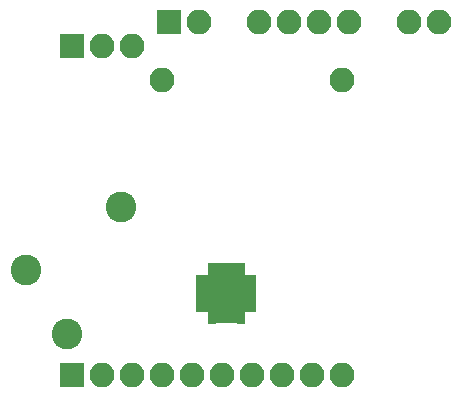
<source format=gbs>
G04 #@! TF.FileFunction,Soldermask,Bot*
%FSLAX46Y46*%
G04 Gerber Fmt 4.6, Leading zero omitted, Abs format (unit mm)*
G04 Created by KiCad (PCBNEW 4.0.7-e2-6376~58~ubuntu16.04.1) date Mon Mar 19 16:28:18 2018*
%MOMM*%
%LPD*%
G01*
G04 APERTURE LIST*
%ADD10C,0.100000*%
%ADD11C,2.600000*%
%ADD12R,1.230000X0.700000*%
%ADD13R,1.250000X0.700000*%
%ADD14R,0.700000X1.230000*%
%ADD15R,0.700000X1.250000*%
%ADD16R,1.700000X1.700000*%
%ADD17O,2.100000X2.100000*%
%ADD18R,2.100000X2.100000*%
G04 APERTURE END LIST*
D10*
D11*
X76440000Y-92640000D03*
X71840000Y-103440000D03*
X68440000Y-98040000D03*
D12*
X83410000Y-101230000D03*
D13*
X83420000Y-100730000D03*
X83420000Y-100230000D03*
X83420000Y-99730000D03*
X83420000Y-99230000D03*
D12*
X83410000Y-98730000D03*
D14*
X84120000Y-98020000D03*
D15*
X84620000Y-98030000D03*
X85120000Y-98030000D03*
X85620000Y-98030000D03*
X86120000Y-98030000D03*
D14*
X86620000Y-98020000D03*
D12*
X87330000Y-98730000D03*
D13*
X87320000Y-99230000D03*
X87320000Y-99730000D03*
X87320000Y-100230000D03*
X87320000Y-100730000D03*
D12*
X87330000Y-101230000D03*
D14*
X86620000Y-101940000D03*
D15*
X86120000Y-101930000D03*
X85620000Y-101930000D03*
X85120000Y-101930000D03*
X84620000Y-101930000D03*
D14*
X84120000Y-101940000D03*
D16*
X86020000Y-99330000D03*
X86020000Y-100630000D03*
X84720000Y-99330000D03*
X84720000Y-100630000D03*
D17*
X79920000Y-81900000D03*
X95160000Y-81900000D03*
D18*
X80520000Y-76980000D03*
D17*
X83060000Y-76980000D03*
X88140000Y-76980000D03*
X90680000Y-76980000D03*
X93220000Y-76980000D03*
X95760000Y-76980000D03*
X100840000Y-76980000D03*
X103380000Y-76980000D03*
D18*
X72300000Y-106900000D03*
D17*
X74840000Y-106900000D03*
X77380000Y-106900000D03*
X79920000Y-106900000D03*
X82460000Y-106900000D03*
X85000000Y-106900000D03*
X87540000Y-106900000D03*
X90080000Y-106900000D03*
X92620000Y-106900000D03*
X95160000Y-106900000D03*
D18*
X72310000Y-79040000D03*
D17*
X74850000Y-79040000D03*
X77390000Y-79040000D03*
M02*

</source>
